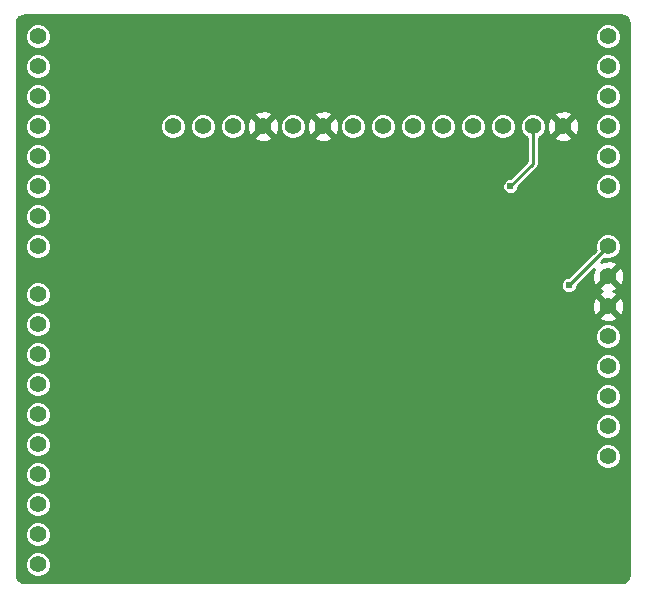
<source format=gbr>
G04 #@! TF.FileFunction,Copper,L2,Bot,Signal*
%FSLAX46Y46*%
G04 Gerber Fmt 4.6, Leading zero omitted, Abs format (unit mm)*
G04 Created by KiCad (PCBNEW 4.0.7) date 11/20/17 17:17:03*
%MOMM*%
%LPD*%
G01*
G04 APERTURE LIST*
%ADD10C,0.100000*%
%ADD11C,1.420000*%
%ADD12C,0.609600*%
%ADD13C,0.254000*%
G04 APERTURE END LIST*
D10*
D11*
X144780000Y-99060000D03*
X144780000Y-101600000D03*
X144780000Y-104140000D03*
X144780000Y-106680000D03*
X144780000Y-109220000D03*
X144780000Y-111760000D03*
X144780000Y-114300000D03*
X144780000Y-116840000D03*
X144780000Y-120904000D03*
X144780000Y-123444000D03*
X144780000Y-125984000D03*
X144780000Y-128524000D03*
X144780000Y-131064000D03*
X144780000Y-133604000D03*
X144780000Y-136144000D03*
X144780000Y-138684000D03*
X144780000Y-141224000D03*
X144780000Y-143764000D03*
X193040000Y-99060000D03*
X193040000Y-101600000D03*
X193040000Y-104140000D03*
X193040000Y-106680000D03*
X193040000Y-109220000D03*
X193040000Y-111760000D03*
X193040000Y-116840000D03*
X193040000Y-119380000D03*
X193040000Y-121920000D03*
X193040000Y-124460000D03*
X193040000Y-127000000D03*
X193040000Y-129540000D03*
X193040000Y-132080000D03*
X193040000Y-134620000D03*
X173990000Y-106680000D03*
X176530000Y-106680000D03*
X179070000Y-106680000D03*
X181610000Y-106680000D03*
X184150000Y-106680000D03*
X186690000Y-106680000D03*
X189230000Y-106680000D03*
X156210000Y-106680000D03*
X158750000Y-106680000D03*
X161290000Y-106680000D03*
X163830000Y-106680000D03*
X166370000Y-106680000D03*
X168910000Y-106680000D03*
X171450000Y-106680000D03*
D12*
X189738000Y-120142000D03*
X181610000Y-126492000D03*
X184785000Y-116840000D03*
X172085000Y-113665000D03*
X184785000Y-111760000D03*
D13*
X189738000Y-120142000D02*
X190042799Y-119837201D01*
X190042799Y-119837201D02*
X193040000Y-116840000D01*
X184785000Y-111760000D02*
X186690000Y-109855000D01*
X186690000Y-109855000D02*
X186690000Y-106680000D01*
G36*
X194425051Y-97332636D02*
X194630253Y-97469747D01*
X194767364Y-97674949D01*
X194818000Y-97929510D01*
X194818000Y-144640490D01*
X194767364Y-144895051D01*
X194630253Y-145100253D01*
X194425051Y-145237364D01*
X194170490Y-145288000D01*
X143649510Y-145288000D01*
X143394949Y-145237364D01*
X143189747Y-145100253D01*
X143052636Y-144895051D01*
X143002000Y-144640490D01*
X143002000Y-143980061D01*
X143688811Y-143980061D01*
X143854556Y-144381195D01*
X144161191Y-144688366D01*
X144562035Y-144854810D01*
X144996061Y-144855189D01*
X145397195Y-144689444D01*
X145704366Y-144382809D01*
X145870810Y-143981965D01*
X145871189Y-143547939D01*
X145705444Y-143146805D01*
X145398809Y-142839634D01*
X144997965Y-142673190D01*
X144563939Y-142672811D01*
X144162805Y-142838556D01*
X143855634Y-143145191D01*
X143689190Y-143546035D01*
X143688811Y-143980061D01*
X143002000Y-143980061D01*
X143002000Y-141440061D01*
X143688811Y-141440061D01*
X143854556Y-141841195D01*
X144161191Y-142148366D01*
X144562035Y-142314810D01*
X144996061Y-142315189D01*
X145397195Y-142149444D01*
X145704366Y-141842809D01*
X145870810Y-141441965D01*
X145871189Y-141007939D01*
X145705444Y-140606805D01*
X145398809Y-140299634D01*
X144997965Y-140133190D01*
X144563939Y-140132811D01*
X144162805Y-140298556D01*
X143855634Y-140605191D01*
X143689190Y-141006035D01*
X143688811Y-141440061D01*
X143002000Y-141440061D01*
X143002000Y-138900061D01*
X143688811Y-138900061D01*
X143854556Y-139301195D01*
X144161191Y-139608366D01*
X144562035Y-139774810D01*
X144996061Y-139775189D01*
X145397195Y-139609444D01*
X145704366Y-139302809D01*
X145870810Y-138901965D01*
X145871189Y-138467939D01*
X145705444Y-138066805D01*
X145398809Y-137759634D01*
X144997965Y-137593190D01*
X144563939Y-137592811D01*
X144162805Y-137758556D01*
X143855634Y-138065191D01*
X143689190Y-138466035D01*
X143688811Y-138900061D01*
X143002000Y-138900061D01*
X143002000Y-136360061D01*
X143688811Y-136360061D01*
X143854556Y-136761195D01*
X144161191Y-137068366D01*
X144562035Y-137234810D01*
X144996061Y-137235189D01*
X145397195Y-137069444D01*
X145704366Y-136762809D01*
X145870810Y-136361965D01*
X145871189Y-135927939D01*
X145705444Y-135526805D01*
X145398809Y-135219634D01*
X144997965Y-135053190D01*
X144563939Y-135052811D01*
X144162805Y-135218556D01*
X143855634Y-135525191D01*
X143689190Y-135926035D01*
X143688811Y-136360061D01*
X143002000Y-136360061D01*
X143002000Y-134836061D01*
X191948811Y-134836061D01*
X192114556Y-135237195D01*
X192421191Y-135544366D01*
X192822035Y-135710810D01*
X193256061Y-135711189D01*
X193657195Y-135545444D01*
X193964366Y-135238809D01*
X194130810Y-134837965D01*
X194131189Y-134403939D01*
X193965444Y-134002805D01*
X193658809Y-133695634D01*
X193257965Y-133529190D01*
X192823939Y-133528811D01*
X192422805Y-133694556D01*
X192115634Y-134001191D01*
X191949190Y-134402035D01*
X191948811Y-134836061D01*
X143002000Y-134836061D01*
X143002000Y-133820061D01*
X143688811Y-133820061D01*
X143854556Y-134221195D01*
X144161191Y-134528366D01*
X144562035Y-134694810D01*
X144996061Y-134695189D01*
X145397195Y-134529444D01*
X145704366Y-134222809D01*
X145870810Y-133821965D01*
X145871189Y-133387939D01*
X145705444Y-132986805D01*
X145398809Y-132679634D01*
X144997965Y-132513190D01*
X144563939Y-132512811D01*
X144162805Y-132678556D01*
X143855634Y-132985191D01*
X143689190Y-133386035D01*
X143688811Y-133820061D01*
X143002000Y-133820061D01*
X143002000Y-132296061D01*
X191948811Y-132296061D01*
X192114556Y-132697195D01*
X192421191Y-133004366D01*
X192822035Y-133170810D01*
X193256061Y-133171189D01*
X193657195Y-133005444D01*
X193964366Y-132698809D01*
X194130810Y-132297965D01*
X194131189Y-131863939D01*
X193965444Y-131462805D01*
X193658809Y-131155634D01*
X193257965Y-130989190D01*
X192823939Y-130988811D01*
X192422805Y-131154556D01*
X192115634Y-131461191D01*
X191949190Y-131862035D01*
X191948811Y-132296061D01*
X143002000Y-132296061D01*
X143002000Y-131280061D01*
X143688811Y-131280061D01*
X143854556Y-131681195D01*
X144161191Y-131988366D01*
X144562035Y-132154810D01*
X144996061Y-132155189D01*
X145397195Y-131989444D01*
X145704366Y-131682809D01*
X145870810Y-131281965D01*
X145871189Y-130847939D01*
X145705444Y-130446805D01*
X145398809Y-130139634D01*
X144997965Y-129973190D01*
X144563939Y-129972811D01*
X144162805Y-130138556D01*
X143855634Y-130445191D01*
X143689190Y-130846035D01*
X143688811Y-131280061D01*
X143002000Y-131280061D01*
X143002000Y-129756061D01*
X191948811Y-129756061D01*
X192114556Y-130157195D01*
X192421191Y-130464366D01*
X192822035Y-130630810D01*
X193256061Y-130631189D01*
X193657195Y-130465444D01*
X193964366Y-130158809D01*
X194130810Y-129757965D01*
X194131189Y-129323939D01*
X193965444Y-128922805D01*
X193658809Y-128615634D01*
X193257965Y-128449190D01*
X192823939Y-128448811D01*
X192422805Y-128614556D01*
X192115634Y-128921191D01*
X191949190Y-129322035D01*
X191948811Y-129756061D01*
X143002000Y-129756061D01*
X143002000Y-128740061D01*
X143688811Y-128740061D01*
X143854556Y-129141195D01*
X144161191Y-129448366D01*
X144562035Y-129614810D01*
X144996061Y-129615189D01*
X145397195Y-129449444D01*
X145704366Y-129142809D01*
X145870810Y-128741965D01*
X145871189Y-128307939D01*
X145705444Y-127906805D01*
X145398809Y-127599634D01*
X144997965Y-127433190D01*
X144563939Y-127432811D01*
X144162805Y-127598556D01*
X143855634Y-127905191D01*
X143689190Y-128306035D01*
X143688811Y-128740061D01*
X143002000Y-128740061D01*
X143002000Y-127216061D01*
X191948811Y-127216061D01*
X192114556Y-127617195D01*
X192421191Y-127924366D01*
X192822035Y-128090810D01*
X193256061Y-128091189D01*
X193657195Y-127925444D01*
X193964366Y-127618809D01*
X194130810Y-127217965D01*
X194131189Y-126783939D01*
X193965444Y-126382805D01*
X193658809Y-126075634D01*
X193257965Y-125909190D01*
X192823939Y-125908811D01*
X192422805Y-126074556D01*
X192115634Y-126381191D01*
X191949190Y-126782035D01*
X191948811Y-127216061D01*
X143002000Y-127216061D01*
X143002000Y-126200061D01*
X143688811Y-126200061D01*
X143854556Y-126601195D01*
X144161191Y-126908366D01*
X144562035Y-127074810D01*
X144996061Y-127075189D01*
X145397195Y-126909444D01*
X145704366Y-126602809D01*
X145870810Y-126201965D01*
X145871189Y-125767939D01*
X145705444Y-125366805D01*
X145398809Y-125059634D01*
X144997965Y-124893190D01*
X144563939Y-124892811D01*
X144162805Y-125058556D01*
X143855634Y-125365191D01*
X143689190Y-125766035D01*
X143688811Y-126200061D01*
X143002000Y-126200061D01*
X143002000Y-124676061D01*
X191948811Y-124676061D01*
X192114556Y-125077195D01*
X192421191Y-125384366D01*
X192822035Y-125550810D01*
X193256061Y-125551189D01*
X193657195Y-125385444D01*
X193964366Y-125078809D01*
X194130810Y-124677965D01*
X194131189Y-124243939D01*
X193965444Y-123842805D01*
X193658809Y-123535634D01*
X193257965Y-123369190D01*
X192823939Y-123368811D01*
X192422805Y-123534556D01*
X192115634Y-123841191D01*
X191949190Y-124242035D01*
X191948811Y-124676061D01*
X143002000Y-124676061D01*
X143002000Y-123660061D01*
X143688811Y-123660061D01*
X143854556Y-124061195D01*
X144161191Y-124368366D01*
X144562035Y-124534810D01*
X144996061Y-124535189D01*
X145397195Y-124369444D01*
X145704366Y-124062809D01*
X145870810Y-123661965D01*
X145871189Y-123227939D01*
X145720204Y-122862525D01*
X192277081Y-122862525D01*
X192340150Y-123099327D01*
X192844732Y-123277377D01*
X193379041Y-123248779D01*
X193739850Y-123099327D01*
X193802919Y-122862525D01*
X193040000Y-122099605D01*
X192277081Y-122862525D01*
X145720204Y-122862525D01*
X145705444Y-122826805D01*
X145398809Y-122519634D01*
X144997965Y-122353190D01*
X144563939Y-122352811D01*
X144162805Y-122518556D01*
X143855634Y-122825191D01*
X143689190Y-123226035D01*
X143688811Y-123660061D01*
X143002000Y-123660061D01*
X143002000Y-121120061D01*
X143688811Y-121120061D01*
X143854556Y-121521195D01*
X144161191Y-121828366D01*
X144562035Y-121994810D01*
X144996061Y-121995189D01*
X145397195Y-121829444D01*
X145502090Y-121724732D01*
X191682623Y-121724732D01*
X191711221Y-122259041D01*
X191860673Y-122619850D01*
X192097475Y-122682919D01*
X192860395Y-121920000D01*
X193219605Y-121920000D01*
X193982525Y-122682919D01*
X194219327Y-122619850D01*
X194397377Y-122115268D01*
X194368779Y-121580959D01*
X194219327Y-121220150D01*
X193982525Y-121157081D01*
X193219605Y-121920000D01*
X192860395Y-121920000D01*
X192097475Y-121157081D01*
X191860673Y-121220150D01*
X191682623Y-121724732D01*
X145502090Y-121724732D01*
X145704366Y-121522809D01*
X145870810Y-121121965D01*
X145871189Y-120687939D01*
X145705444Y-120286805D01*
X145696471Y-120277816D01*
X189052081Y-120277816D01*
X189156268Y-120529967D01*
X189349018Y-120723054D01*
X189600987Y-120827681D01*
X189873816Y-120827919D01*
X190125967Y-120723732D01*
X190319054Y-120530982D01*
X190405613Y-120322525D01*
X192277081Y-120322525D01*
X192340150Y-120559327D01*
X192576561Y-120642748D01*
X192340150Y-120740673D01*
X192277081Y-120977475D01*
X193040000Y-121740395D01*
X193802919Y-120977475D01*
X193739850Y-120740673D01*
X193503439Y-120657252D01*
X193739850Y-120559327D01*
X193802919Y-120322525D01*
X193040000Y-119559605D01*
X192277081Y-120322525D01*
X190405613Y-120322525D01*
X190423681Y-120279013D01*
X190423772Y-120174648D01*
X191829267Y-118769153D01*
X191682623Y-119184732D01*
X191711221Y-119719041D01*
X191860673Y-120079850D01*
X192097475Y-120142919D01*
X192860395Y-119380000D01*
X193219605Y-119380000D01*
X193982525Y-120142919D01*
X194219327Y-120079850D01*
X194397377Y-119575268D01*
X194368779Y-119040959D01*
X194219327Y-118680150D01*
X193982525Y-118617081D01*
X193219605Y-119380000D01*
X192860395Y-119380000D01*
X192846252Y-119365858D01*
X193025858Y-119186252D01*
X193040000Y-119200395D01*
X193802919Y-118437475D01*
X193739850Y-118200673D01*
X193235268Y-118022623D01*
X192700959Y-118051221D01*
X192438474Y-118159946D01*
X192712919Y-117885501D01*
X192822035Y-117930810D01*
X193256061Y-117931189D01*
X193657195Y-117765444D01*
X193964366Y-117458809D01*
X194130810Y-117057965D01*
X194131189Y-116623939D01*
X193965444Y-116222805D01*
X193658809Y-115915634D01*
X193257965Y-115749190D01*
X192823939Y-115748811D01*
X192422805Y-115914556D01*
X192115634Y-116221191D01*
X191949190Y-116622035D01*
X191948811Y-117056061D01*
X191994630Y-117166950D01*
X189705409Y-119456171D01*
X189602184Y-119456081D01*
X189350033Y-119560268D01*
X189156946Y-119753018D01*
X189052319Y-120004987D01*
X189052081Y-120277816D01*
X145696471Y-120277816D01*
X145398809Y-119979634D01*
X144997965Y-119813190D01*
X144563939Y-119812811D01*
X144162805Y-119978556D01*
X143855634Y-120285191D01*
X143689190Y-120686035D01*
X143688811Y-121120061D01*
X143002000Y-121120061D01*
X143002000Y-117056061D01*
X143688811Y-117056061D01*
X143854556Y-117457195D01*
X144161191Y-117764366D01*
X144562035Y-117930810D01*
X144996061Y-117931189D01*
X145397195Y-117765444D01*
X145704366Y-117458809D01*
X145870810Y-117057965D01*
X145871189Y-116623939D01*
X145705444Y-116222805D01*
X145398809Y-115915634D01*
X144997965Y-115749190D01*
X144563939Y-115748811D01*
X144162805Y-115914556D01*
X143855634Y-116221191D01*
X143689190Y-116622035D01*
X143688811Y-117056061D01*
X143002000Y-117056061D01*
X143002000Y-114516061D01*
X143688811Y-114516061D01*
X143854556Y-114917195D01*
X144161191Y-115224366D01*
X144562035Y-115390810D01*
X144996061Y-115391189D01*
X145397195Y-115225444D01*
X145704366Y-114918809D01*
X145870810Y-114517965D01*
X145871189Y-114083939D01*
X145705444Y-113682805D01*
X145398809Y-113375634D01*
X144997965Y-113209190D01*
X144563939Y-113208811D01*
X144162805Y-113374556D01*
X143855634Y-113681191D01*
X143689190Y-114082035D01*
X143688811Y-114516061D01*
X143002000Y-114516061D01*
X143002000Y-111976061D01*
X143688811Y-111976061D01*
X143854556Y-112377195D01*
X144161191Y-112684366D01*
X144562035Y-112850810D01*
X144996061Y-112851189D01*
X145397195Y-112685444D01*
X145704366Y-112378809D01*
X145870810Y-111977965D01*
X145870881Y-111895816D01*
X184099081Y-111895816D01*
X184203268Y-112147967D01*
X184396018Y-112341054D01*
X184647987Y-112445681D01*
X184920816Y-112445919D01*
X185172967Y-112341732D01*
X185366054Y-112148982D01*
X185437857Y-111976061D01*
X191948811Y-111976061D01*
X192114556Y-112377195D01*
X192421191Y-112684366D01*
X192822035Y-112850810D01*
X193256061Y-112851189D01*
X193657195Y-112685444D01*
X193964366Y-112378809D01*
X194130810Y-111977965D01*
X194131189Y-111543939D01*
X193965444Y-111142805D01*
X193658809Y-110835634D01*
X193257965Y-110669190D01*
X192823939Y-110668811D01*
X192422805Y-110834556D01*
X192115634Y-111141191D01*
X191949190Y-111542035D01*
X191948811Y-111976061D01*
X185437857Y-111976061D01*
X185470681Y-111897013D01*
X185470772Y-111792648D01*
X187049210Y-110214210D01*
X187159331Y-110049403D01*
X187198000Y-109855000D01*
X187198000Y-109436061D01*
X191948811Y-109436061D01*
X192114556Y-109837195D01*
X192421191Y-110144366D01*
X192822035Y-110310810D01*
X193256061Y-110311189D01*
X193657195Y-110145444D01*
X193964366Y-109838809D01*
X194130810Y-109437965D01*
X194131189Y-109003939D01*
X193965444Y-108602805D01*
X193658809Y-108295634D01*
X193257965Y-108129190D01*
X192823939Y-108128811D01*
X192422805Y-108294556D01*
X192115634Y-108601191D01*
X191949190Y-109002035D01*
X191948811Y-109436061D01*
X187198000Y-109436061D01*
X187198000Y-107650562D01*
X187265855Y-107622525D01*
X188467081Y-107622525D01*
X188530150Y-107859327D01*
X189034732Y-108037377D01*
X189569041Y-108008779D01*
X189929850Y-107859327D01*
X189992919Y-107622525D01*
X189230000Y-106859605D01*
X188467081Y-107622525D01*
X187265855Y-107622525D01*
X187307195Y-107605444D01*
X187614366Y-107298809D01*
X187780810Y-106897965D01*
X187781170Y-106484732D01*
X187872623Y-106484732D01*
X187901221Y-107019041D01*
X188050673Y-107379850D01*
X188287475Y-107442919D01*
X189050395Y-106680000D01*
X189409605Y-106680000D01*
X190172525Y-107442919D01*
X190409327Y-107379850D01*
X190580039Y-106896061D01*
X191948811Y-106896061D01*
X192114556Y-107297195D01*
X192421191Y-107604366D01*
X192822035Y-107770810D01*
X193256061Y-107771189D01*
X193657195Y-107605444D01*
X193964366Y-107298809D01*
X194130810Y-106897965D01*
X194131189Y-106463939D01*
X193965444Y-106062805D01*
X193658809Y-105755634D01*
X193257965Y-105589190D01*
X192823939Y-105588811D01*
X192422805Y-105754556D01*
X192115634Y-106061191D01*
X191949190Y-106462035D01*
X191948811Y-106896061D01*
X190580039Y-106896061D01*
X190587377Y-106875268D01*
X190558779Y-106340959D01*
X190409327Y-105980150D01*
X190172525Y-105917081D01*
X189409605Y-106680000D01*
X189050395Y-106680000D01*
X188287475Y-105917081D01*
X188050673Y-105980150D01*
X187872623Y-106484732D01*
X187781170Y-106484732D01*
X187781189Y-106463939D01*
X187615444Y-106062805D01*
X187308809Y-105755634D01*
X187265078Y-105737475D01*
X188467081Y-105737475D01*
X189230000Y-106500395D01*
X189992919Y-105737475D01*
X189929850Y-105500673D01*
X189425268Y-105322623D01*
X188890959Y-105351221D01*
X188530150Y-105500673D01*
X188467081Y-105737475D01*
X187265078Y-105737475D01*
X186907965Y-105589190D01*
X186473939Y-105588811D01*
X186072805Y-105754556D01*
X185765634Y-106061191D01*
X185599190Y-106462035D01*
X185598811Y-106896061D01*
X185764556Y-107297195D01*
X186071191Y-107604366D01*
X186182000Y-107650378D01*
X186182000Y-109644580D01*
X184752409Y-111074171D01*
X184649184Y-111074081D01*
X184397033Y-111178268D01*
X184203946Y-111371018D01*
X184099319Y-111622987D01*
X184099081Y-111895816D01*
X145870881Y-111895816D01*
X145871189Y-111543939D01*
X145705444Y-111142805D01*
X145398809Y-110835634D01*
X144997965Y-110669190D01*
X144563939Y-110668811D01*
X144162805Y-110834556D01*
X143855634Y-111141191D01*
X143689190Y-111542035D01*
X143688811Y-111976061D01*
X143002000Y-111976061D01*
X143002000Y-109436061D01*
X143688811Y-109436061D01*
X143854556Y-109837195D01*
X144161191Y-110144366D01*
X144562035Y-110310810D01*
X144996061Y-110311189D01*
X145397195Y-110145444D01*
X145704366Y-109838809D01*
X145870810Y-109437965D01*
X145871189Y-109003939D01*
X145705444Y-108602805D01*
X145398809Y-108295634D01*
X144997965Y-108129190D01*
X144563939Y-108128811D01*
X144162805Y-108294556D01*
X143855634Y-108601191D01*
X143689190Y-109002035D01*
X143688811Y-109436061D01*
X143002000Y-109436061D01*
X143002000Y-106896061D01*
X143688811Y-106896061D01*
X143854556Y-107297195D01*
X144161191Y-107604366D01*
X144562035Y-107770810D01*
X144996061Y-107771189D01*
X145397195Y-107605444D01*
X145704366Y-107298809D01*
X145870810Y-106897965D01*
X145870811Y-106896061D01*
X155118811Y-106896061D01*
X155284556Y-107297195D01*
X155591191Y-107604366D01*
X155992035Y-107770810D01*
X156426061Y-107771189D01*
X156827195Y-107605444D01*
X157134366Y-107298809D01*
X157300810Y-106897965D01*
X157300811Y-106896061D01*
X157658811Y-106896061D01*
X157824556Y-107297195D01*
X158131191Y-107604366D01*
X158532035Y-107770810D01*
X158966061Y-107771189D01*
X159367195Y-107605444D01*
X159674366Y-107298809D01*
X159840810Y-106897965D01*
X159840811Y-106896061D01*
X160198811Y-106896061D01*
X160364556Y-107297195D01*
X160671191Y-107604366D01*
X161072035Y-107770810D01*
X161506061Y-107771189D01*
X161865855Y-107622525D01*
X163067081Y-107622525D01*
X163130150Y-107859327D01*
X163634732Y-108037377D01*
X164169041Y-108008779D01*
X164529850Y-107859327D01*
X164592919Y-107622525D01*
X163830000Y-106859605D01*
X163067081Y-107622525D01*
X161865855Y-107622525D01*
X161907195Y-107605444D01*
X162214366Y-107298809D01*
X162380810Y-106897965D01*
X162381170Y-106484732D01*
X162472623Y-106484732D01*
X162501221Y-107019041D01*
X162650673Y-107379850D01*
X162887475Y-107442919D01*
X163650395Y-106680000D01*
X164009605Y-106680000D01*
X164772525Y-107442919D01*
X165009327Y-107379850D01*
X165180039Y-106896061D01*
X165278811Y-106896061D01*
X165444556Y-107297195D01*
X165751191Y-107604366D01*
X166152035Y-107770810D01*
X166586061Y-107771189D01*
X166945855Y-107622525D01*
X168147081Y-107622525D01*
X168210150Y-107859327D01*
X168714732Y-108037377D01*
X169249041Y-108008779D01*
X169609850Y-107859327D01*
X169672919Y-107622525D01*
X168910000Y-106859605D01*
X168147081Y-107622525D01*
X166945855Y-107622525D01*
X166987195Y-107605444D01*
X167294366Y-107298809D01*
X167460810Y-106897965D01*
X167461170Y-106484732D01*
X167552623Y-106484732D01*
X167581221Y-107019041D01*
X167730673Y-107379850D01*
X167967475Y-107442919D01*
X168730395Y-106680000D01*
X169089605Y-106680000D01*
X169852525Y-107442919D01*
X170089327Y-107379850D01*
X170260039Y-106896061D01*
X170358811Y-106896061D01*
X170524556Y-107297195D01*
X170831191Y-107604366D01*
X171232035Y-107770810D01*
X171666061Y-107771189D01*
X172067195Y-107605444D01*
X172374366Y-107298809D01*
X172540810Y-106897965D01*
X172540811Y-106896061D01*
X172898811Y-106896061D01*
X173064556Y-107297195D01*
X173371191Y-107604366D01*
X173772035Y-107770810D01*
X174206061Y-107771189D01*
X174607195Y-107605444D01*
X174914366Y-107298809D01*
X175080810Y-106897965D01*
X175080811Y-106896061D01*
X175438811Y-106896061D01*
X175604556Y-107297195D01*
X175911191Y-107604366D01*
X176312035Y-107770810D01*
X176746061Y-107771189D01*
X177147195Y-107605444D01*
X177454366Y-107298809D01*
X177620810Y-106897965D01*
X177620811Y-106896061D01*
X177978811Y-106896061D01*
X178144556Y-107297195D01*
X178451191Y-107604366D01*
X178852035Y-107770810D01*
X179286061Y-107771189D01*
X179687195Y-107605444D01*
X179994366Y-107298809D01*
X180160810Y-106897965D01*
X180160811Y-106896061D01*
X180518811Y-106896061D01*
X180684556Y-107297195D01*
X180991191Y-107604366D01*
X181392035Y-107770810D01*
X181826061Y-107771189D01*
X182227195Y-107605444D01*
X182534366Y-107298809D01*
X182700810Y-106897965D01*
X182700811Y-106896061D01*
X183058811Y-106896061D01*
X183224556Y-107297195D01*
X183531191Y-107604366D01*
X183932035Y-107770810D01*
X184366061Y-107771189D01*
X184767195Y-107605444D01*
X185074366Y-107298809D01*
X185240810Y-106897965D01*
X185241189Y-106463939D01*
X185075444Y-106062805D01*
X184768809Y-105755634D01*
X184367965Y-105589190D01*
X183933939Y-105588811D01*
X183532805Y-105754556D01*
X183225634Y-106061191D01*
X183059190Y-106462035D01*
X183058811Y-106896061D01*
X182700811Y-106896061D01*
X182701189Y-106463939D01*
X182535444Y-106062805D01*
X182228809Y-105755634D01*
X181827965Y-105589190D01*
X181393939Y-105588811D01*
X180992805Y-105754556D01*
X180685634Y-106061191D01*
X180519190Y-106462035D01*
X180518811Y-106896061D01*
X180160811Y-106896061D01*
X180161189Y-106463939D01*
X179995444Y-106062805D01*
X179688809Y-105755634D01*
X179287965Y-105589190D01*
X178853939Y-105588811D01*
X178452805Y-105754556D01*
X178145634Y-106061191D01*
X177979190Y-106462035D01*
X177978811Y-106896061D01*
X177620811Y-106896061D01*
X177621189Y-106463939D01*
X177455444Y-106062805D01*
X177148809Y-105755634D01*
X176747965Y-105589190D01*
X176313939Y-105588811D01*
X175912805Y-105754556D01*
X175605634Y-106061191D01*
X175439190Y-106462035D01*
X175438811Y-106896061D01*
X175080811Y-106896061D01*
X175081189Y-106463939D01*
X174915444Y-106062805D01*
X174608809Y-105755634D01*
X174207965Y-105589190D01*
X173773939Y-105588811D01*
X173372805Y-105754556D01*
X173065634Y-106061191D01*
X172899190Y-106462035D01*
X172898811Y-106896061D01*
X172540811Y-106896061D01*
X172541189Y-106463939D01*
X172375444Y-106062805D01*
X172068809Y-105755634D01*
X171667965Y-105589190D01*
X171233939Y-105588811D01*
X170832805Y-105754556D01*
X170525634Y-106061191D01*
X170359190Y-106462035D01*
X170358811Y-106896061D01*
X170260039Y-106896061D01*
X170267377Y-106875268D01*
X170238779Y-106340959D01*
X170089327Y-105980150D01*
X169852525Y-105917081D01*
X169089605Y-106680000D01*
X168730395Y-106680000D01*
X167967475Y-105917081D01*
X167730673Y-105980150D01*
X167552623Y-106484732D01*
X167461170Y-106484732D01*
X167461189Y-106463939D01*
X167295444Y-106062805D01*
X166988809Y-105755634D01*
X166945078Y-105737475D01*
X168147081Y-105737475D01*
X168910000Y-106500395D01*
X169672919Y-105737475D01*
X169609850Y-105500673D01*
X169105268Y-105322623D01*
X168570959Y-105351221D01*
X168210150Y-105500673D01*
X168147081Y-105737475D01*
X166945078Y-105737475D01*
X166587965Y-105589190D01*
X166153939Y-105588811D01*
X165752805Y-105754556D01*
X165445634Y-106061191D01*
X165279190Y-106462035D01*
X165278811Y-106896061D01*
X165180039Y-106896061D01*
X165187377Y-106875268D01*
X165158779Y-106340959D01*
X165009327Y-105980150D01*
X164772525Y-105917081D01*
X164009605Y-106680000D01*
X163650395Y-106680000D01*
X162887475Y-105917081D01*
X162650673Y-105980150D01*
X162472623Y-106484732D01*
X162381170Y-106484732D01*
X162381189Y-106463939D01*
X162215444Y-106062805D01*
X161908809Y-105755634D01*
X161865078Y-105737475D01*
X163067081Y-105737475D01*
X163830000Y-106500395D01*
X164592919Y-105737475D01*
X164529850Y-105500673D01*
X164025268Y-105322623D01*
X163490959Y-105351221D01*
X163130150Y-105500673D01*
X163067081Y-105737475D01*
X161865078Y-105737475D01*
X161507965Y-105589190D01*
X161073939Y-105588811D01*
X160672805Y-105754556D01*
X160365634Y-106061191D01*
X160199190Y-106462035D01*
X160198811Y-106896061D01*
X159840811Y-106896061D01*
X159841189Y-106463939D01*
X159675444Y-106062805D01*
X159368809Y-105755634D01*
X158967965Y-105589190D01*
X158533939Y-105588811D01*
X158132805Y-105754556D01*
X157825634Y-106061191D01*
X157659190Y-106462035D01*
X157658811Y-106896061D01*
X157300811Y-106896061D01*
X157301189Y-106463939D01*
X157135444Y-106062805D01*
X156828809Y-105755634D01*
X156427965Y-105589190D01*
X155993939Y-105588811D01*
X155592805Y-105754556D01*
X155285634Y-106061191D01*
X155119190Y-106462035D01*
X155118811Y-106896061D01*
X145870811Y-106896061D01*
X145871189Y-106463939D01*
X145705444Y-106062805D01*
X145398809Y-105755634D01*
X144997965Y-105589190D01*
X144563939Y-105588811D01*
X144162805Y-105754556D01*
X143855634Y-106061191D01*
X143689190Y-106462035D01*
X143688811Y-106896061D01*
X143002000Y-106896061D01*
X143002000Y-104356061D01*
X143688811Y-104356061D01*
X143854556Y-104757195D01*
X144161191Y-105064366D01*
X144562035Y-105230810D01*
X144996061Y-105231189D01*
X145397195Y-105065444D01*
X145704366Y-104758809D01*
X145870810Y-104357965D01*
X145870811Y-104356061D01*
X191948811Y-104356061D01*
X192114556Y-104757195D01*
X192421191Y-105064366D01*
X192822035Y-105230810D01*
X193256061Y-105231189D01*
X193657195Y-105065444D01*
X193964366Y-104758809D01*
X194130810Y-104357965D01*
X194131189Y-103923939D01*
X193965444Y-103522805D01*
X193658809Y-103215634D01*
X193257965Y-103049190D01*
X192823939Y-103048811D01*
X192422805Y-103214556D01*
X192115634Y-103521191D01*
X191949190Y-103922035D01*
X191948811Y-104356061D01*
X145870811Y-104356061D01*
X145871189Y-103923939D01*
X145705444Y-103522805D01*
X145398809Y-103215634D01*
X144997965Y-103049190D01*
X144563939Y-103048811D01*
X144162805Y-103214556D01*
X143855634Y-103521191D01*
X143689190Y-103922035D01*
X143688811Y-104356061D01*
X143002000Y-104356061D01*
X143002000Y-101816061D01*
X143688811Y-101816061D01*
X143854556Y-102217195D01*
X144161191Y-102524366D01*
X144562035Y-102690810D01*
X144996061Y-102691189D01*
X145397195Y-102525444D01*
X145704366Y-102218809D01*
X145870810Y-101817965D01*
X145870811Y-101816061D01*
X191948811Y-101816061D01*
X192114556Y-102217195D01*
X192421191Y-102524366D01*
X192822035Y-102690810D01*
X193256061Y-102691189D01*
X193657195Y-102525444D01*
X193964366Y-102218809D01*
X194130810Y-101817965D01*
X194131189Y-101383939D01*
X193965444Y-100982805D01*
X193658809Y-100675634D01*
X193257965Y-100509190D01*
X192823939Y-100508811D01*
X192422805Y-100674556D01*
X192115634Y-100981191D01*
X191949190Y-101382035D01*
X191948811Y-101816061D01*
X145870811Y-101816061D01*
X145871189Y-101383939D01*
X145705444Y-100982805D01*
X145398809Y-100675634D01*
X144997965Y-100509190D01*
X144563939Y-100508811D01*
X144162805Y-100674556D01*
X143855634Y-100981191D01*
X143689190Y-101382035D01*
X143688811Y-101816061D01*
X143002000Y-101816061D01*
X143002000Y-99276061D01*
X143688811Y-99276061D01*
X143854556Y-99677195D01*
X144161191Y-99984366D01*
X144562035Y-100150810D01*
X144996061Y-100151189D01*
X145397195Y-99985444D01*
X145704366Y-99678809D01*
X145870810Y-99277965D01*
X145870811Y-99276061D01*
X191948811Y-99276061D01*
X192114556Y-99677195D01*
X192421191Y-99984366D01*
X192822035Y-100150810D01*
X193256061Y-100151189D01*
X193657195Y-99985444D01*
X193964366Y-99678809D01*
X194130810Y-99277965D01*
X194131189Y-98843939D01*
X193965444Y-98442805D01*
X193658809Y-98135634D01*
X193257965Y-97969190D01*
X192823939Y-97968811D01*
X192422805Y-98134556D01*
X192115634Y-98441191D01*
X191949190Y-98842035D01*
X191948811Y-99276061D01*
X145870811Y-99276061D01*
X145871189Y-98843939D01*
X145705444Y-98442805D01*
X145398809Y-98135634D01*
X144997965Y-97969190D01*
X144563939Y-97968811D01*
X144162805Y-98134556D01*
X143855634Y-98441191D01*
X143689190Y-98842035D01*
X143688811Y-99276061D01*
X143002000Y-99276061D01*
X143002000Y-97929510D01*
X143052636Y-97674949D01*
X143189747Y-97469747D01*
X143394949Y-97332636D01*
X143649510Y-97282000D01*
X194170490Y-97282000D01*
X194425051Y-97332636D01*
X194425051Y-97332636D01*
G37*
X194425051Y-97332636D02*
X194630253Y-97469747D01*
X194767364Y-97674949D01*
X194818000Y-97929510D01*
X194818000Y-144640490D01*
X194767364Y-144895051D01*
X194630253Y-145100253D01*
X194425051Y-145237364D01*
X194170490Y-145288000D01*
X143649510Y-145288000D01*
X143394949Y-145237364D01*
X143189747Y-145100253D01*
X143052636Y-144895051D01*
X143002000Y-144640490D01*
X143002000Y-143980061D01*
X143688811Y-143980061D01*
X143854556Y-144381195D01*
X144161191Y-144688366D01*
X144562035Y-144854810D01*
X144996061Y-144855189D01*
X145397195Y-144689444D01*
X145704366Y-144382809D01*
X145870810Y-143981965D01*
X145871189Y-143547939D01*
X145705444Y-143146805D01*
X145398809Y-142839634D01*
X144997965Y-142673190D01*
X144563939Y-142672811D01*
X144162805Y-142838556D01*
X143855634Y-143145191D01*
X143689190Y-143546035D01*
X143688811Y-143980061D01*
X143002000Y-143980061D01*
X143002000Y-141440061D01*
X143688811Y-141440061D01*
X143854556Y-141841195D01*
X144161191Y-142148366D01*
X144562035Y-142314810D01*
X144996061Y-142315189D01*
X145397195Y-142149444D01*
X145704366Y-141842809D01*
X145870810Y-141441965D01*
X145871189Y-141007939D01*
X145705444Y-140606805D01*
X145398809Y-140299634D01*
X144997965Y-140133190D01*
X144563939Y-140132811D01*
X144162805Y-140298556D01*
X143855634Y-140605191D01*
X143689190Y-141006035D01*
X143688811Y-141440061D01*
X143002000Y-141440061D01*
X143002000Y-138900061D01*
X143688811Y-138900061D01*
X143854556Y-139301195D01*
X144161191Y-139608366D01*
X144562035Y-139774810D01*
X144996061Y-139775189D01*
X145397195Y-139609444D01*
X145704366Y-139302809D01*
X145870810Y-138901965D01*
X145871189Y-138467939D01*
X145705444Y-138066805D01*
X145398809Y-137759634D01*
X144997965Y-137593190D01*
X144563939Y-137592811D01*
X144162805Y-137758556D01*
X143855634Y-138065191D01*
X143689190Y-138466035D01*
X143688811Y-138900061D01*
X143002000Y-138900061D01*
X143002000Y-136360061D01*
X143688811Y-136360061D01*
X143854556Y-136761195D01*
X144161191Y-137068366D01*
X144562035Y-137234810D01*
X144996061Y-137235189D01*
X145397195Y-137069444D01*
X145704366Y-136762809D01*
X145870810Y-136361965D01*
X145871189Y-135927939D01*
X145705444Y-135526805D01*
X145398809Y-135219634D01*
X144997965Y-135053190D01*
X144563939Y-135052811D01*
X144162805Y-135218556D01*
X143855634Y-135525191D01*
X143689190Y-135926035D01*
X143688811Y-136360061D01*
X143002000Y-136360061D01*
X143002000Y-134836061D01*
X191948811Y-134836061D01*
X192114556Y-135237195D01*
X192421191Y-135544366D01*
X192822035Y-135710810D01*
X193256061Y-135711189D01*
X193657195Y-135545444D01*
X193964366Y-135238809D01*
X194130810Y-134837965D01*
X194131189Y-134403939D01*
X193965444Y-134002805D01*
X193658809Y-133695634D01*
X193257965Y-133529190D01*
X192823939Y-133528811D01*
X192422805Y-133694556D01*
X192115634Y-134001191D01*
X191949190Y-134402035D01*
X191948811Y-134836061D01*
X143002000Y-134836061D01*
X143002000Y-133820061D01*
X143688811Y-133820061D01*
X143854556Y-134221195D01*
X144161191Y-134528366D01*
X144562035Y-134694810D01*
X144996061Y-134695189D01*
X145397195Y-134529444D01*
X145704366Y-134222809D01*
X145870810Y-133821965D01*
X145871189Y-133387939D01*
X145705444Y-132986805D01*
X145398809Y-132679634D01*
X144997965Y-132513190D01*
X144563939Y-132512811D01*
X144162805Y-132678556D01*
X143855634Y-132985191D01*
X143689190Y-133386035D01*
X143688811Y-133820061D01*
X143002000Y-133820061D01*
X143002000Y-132296061D01*
X191948811Y-132296061D01*
X192114556Y-132697195D01*
X192421191Y-133004366D01*
X192822035Y-133170810D01*
X193256061Y-133171189D01*
X193657195Y-133005444D01*
X193964366Y-132698809D01*
X194130810Y-132297965D01*
X194131189Y-131863939D01*
X193965444Y-131462805D01*
X193658809Y-131155634D01*
X193257965Y-130989190D01*
X192823939Y-130988811D01*
X192422805Y-131154556D01*
X192115634Y-131461191D01*
X191949190Y-131862035D01*
X191948811Y-132296061D01*
X143002000Y-132296061D01*
X143002000Y-131280061D01*
X143688811Y-131280061D01*
X143854556Y-131681195D01*
X144161191Y-131988366D01*
X144562035Y-132154810D01*
X144996061Y-132155189D01*
X145397195Y-131989444D01*
X145704366Y-131682809D01*
X145870810Y-131281965D01*
X145871189Y-130847939D01*
X145705444Y-130446805D01*
X145398809Y-130139634D01*
X144997965Y-129973190D01*
X144563939Y-129972811D01*
X144162805Y-130138556D01*
X143855634Y-130445191D01*
X143689190Y-130846035D01*
X143688811Y-131280061D01*
X143002000Y-131280061D01*
X143002000Y-129756061D01*
X191948811Y-129756061D01*
X192114556Y-130157195D01*
X192421191Y-130464366D01*
X192822035Y-130630810D01*
X193256061Y-130631189D01*
X193657195Y-130465444D01*
X193964366Y-130158809D01*
X194130810Y-129757965D01*
X194131189Y-129323939D01*
X193965444Y-128922805D01*
X193658809Y-128615634D01*
X193257965Y-128449190D01*
X192823939Y-128448811D01*
X192422805Y-128614556D01*
X192115634Y-128921191D01*
X191949190Y-129322035D01*
X191948811Y-129756061D01*
X143002000Y-129756061D01*
X143002000Y-128740061D01*
X143688811Y-128740061D01*
X143854556Y-129141195D01*
X144161191Y-129448366D01*
X144562035Y-129614810D01*
X144996061Y-129615189D01*
X145397195Y-129449444D01*
X145704366Y-129142809D01*
X145870810Y-128741965D01*
X145871189Y-128307939D01*
X145705444Y-127906805D01*
X145398809Y-127599634D01*
X144997965Y-127433190D01*
X144563939Y-127432811D01*
X144162805Y-127598556D01*
X143855634Y-127905191D01*
X143689190Y-128306035D01*
X143688811Y-128740061D01*
X143002000Y-128740061D01*
X143002000Y-127216061D01*
X191948811Y-127216061D01*
X192114556Y-127617195D01*
X192421191Y-127924366D01*
X192822035Y-128090810D01*
X193256061Y-128091189D01*
X193657195Y-127925444D01*
X193964366Y-127618809D01*
X194130810Y-127217965D01*
X194131189Y-126783939D01*
X193965444Y-126382805D01*
X193658809Y-126075634D01*
X193257965Y-125909190D01*
X192823939Y-125908811D01*
X192422805Y-126074556D01*
X192115634Y-126381191D01*
X191949190Y-126782035D01*
X191948811Y-127216061D01*
X143002000Y-127216061D01*
X143002000Y-126200061D01*
X143688811Y-126200061D01*
X143854556Y-126601195D01*
X144161191Y-126908366D01*
X144562035Y-127074810D01*
X144996061Y-127075189D01*
X145397195Y-126909444D01*
X145704366Y-126602809D01*
X145870810Y-126201965D01*
X145871189Y-125767939D01*
X145705444Y-125366805D01*
X145398809Y-125059634D01*
X144997965Y-124893190D01*
X144563939Y-124892811D01*
X144162805Y-125058556D01*
X143855634Y-125365191D01*
X143689190Y-125766035D01*
X143688811Y-126200061D01*
X143002000Y-126200061D01*
X143002000Y-124676061D01*
X191948811Y-124676061D01*
X192114556Y-125077195D01*
X192421191Y-125384366D01*
X192822035Y-125550810D01*
X193256061Y-125551189D01*
X193657195Y-125385444D01*
X193964366Y-125078809D01*
X194130810Y-124677965D01*
X194131189Y-124243939D01*
X193965444Y-123842805D01*
X193658809Y-123535634D01*
X193257965Y-123369190D01*
X192823939Y-123368811D01*
X192422805Y-123534556D01*
X192115634Y-123841191D01*
X191949190Y-124242035D01*
X191948811Y-124676061D01*
X143002000Y-124676061D01*
X143002000Y-123660061D01*
X143688811Y-123660061D01*
X143854556Y-124061195D01*
X144161191Y-124368366D01*
X144562035Y-124534810D01*
X144996061Y-124535189D01*
X145397195Y-124369444D01*
X145704366Y-124062809D01*
X145870810Y-123661965D01*
X145871189Y-123227939D01*
X145720204Y-122862525D01*
X192277081Y-122862525D01*
X192340150Y-123099327D01*
X192844732Y-123277377D01*
X193379041Y-123248779D01*
X193739850Y-123099327D01*
X193802919Y-122862525D01*
X193040000Y-122099605D01*
X192277081Y-122862525D01*
X145720204Y-122862525D01*
X145705444Y-122826805D01*
X145398809Y-122519634D01*
X144997965Y-122353190D01*
X144563939Y-122352811D01*
X144162805Y-122518556D01*
X143855634Y-122825191D01*
X143689190Y-123226035D01*
X143688811Y-123660061D01*
X143002000Y-123660061D01*
X143002000Y-121120061D01*
X143688811Y-121120061D01*
X143854556Y-121521195D01*
X144161191Y-121828366D01*
X144562035Y-121994810D01*
X144996061Y-121995189D01*
X145397195Y-121829444D01*
X145502090Y-121724732D01*
X191682623Y-121724732D01*
X191711221Y-122259041D01*
X191860673Y-122619850D01*
X192097475Y-122682919D01*
X192860395Y-121920000D01*
X193219605Y-121920000D01*
X193982525Y-122682919D01*
X194219327Y-122619850D01*
X194397377Y-122115268D01*
X194368779Y-121580959D01*
X194219327Y-121220150D01*
X193982525Y-121157081D01*
X193219605Y-121920000D01*
X192860395Y-121920000D01*
X192097475Y-121157081D01*
X191860673Y-121220150D01*
X191682623Y-121724732D01*
X145502090Y-121724732D01*
X145704366Y-121522809D01*
X145870810Y-121121965D01*
X145871189Y-120687939D01*
X145705444Y-120286805D01*
X145696471Y-120277816D01*
X189052081Y-120277816D01*
X189156268Y-120529967D01*
X189349018Y-120723054D01*
X189600987Y-120827681D01*
X189873816Y-120827919D01*
X190125967Y-120723732D01*
X190319054Y-120530982D01*
X190405613Y-120322525D01*
X192277081Y-120322525D01*
X192340150Y-120559327D01*
X192576561Y-120642748D01*
X192340150Y-120740673D01*
X192277081Y-120977475D01*
X193040000Y-121740395D01*
X193802919Y-120977475D01*
X193739850Y-120740673D01*
X193503439Y-120657252D01*
X193739850Y-120559327D01*
X193802919Y-120322525D01*
X193040000Y-119559605D01*
X192277081Y-120322525D01*
X190405613Y-120322525D01*
X190423681Y-120279013D01*
X190423772Y-120174648D01*
X191829267Y-118769153D01*
X191682623Y-119184732D01*
X191711221Y-119719041D01*
X191860673Y-120079850D01*
X192097475Y-120142919D01*
X192860395Y-119380000D01*
X193219605Y-119380000D01*
X193982525Y-120142919D01*
X194219327Y-120079850D01*
X194397377Y-119575268D01*
X194368779Y-119040959D01*
X194219327Y-118680150D01*
X193982525Y-118617081D01*
X193219605Y-119380000D01*
X192860395Y-119380000D01*
X192846252Y-119365858D01*
X193025858Y-119186252D01*
X193040000Y-119200395D01*
X193802919Y-118437475D01*
X193739850Y-118200673D01*
X193235268Y-118022623D01*
X192700959Y-118051221D01*
X192438474Y-118159946D01*
X192712919Y-117885501D01*
X192822035Y-117930810D01*
X193256061Y-117931189D01*
X193657195Y-117765444D01*
X193964366Y-117458809D01*
X194130810Y-117057965D01*
X194131189Y-116623939D01*
X193965444Y-116222805D01*
X193658809Y-115915634D01*
X193257965Y-115749190D01*
X192823939Y-115748811D01*
X192422805Y-115914556D01*
X192115634Y-116221191D01*
X191949190Y-116622035D01*
X191948811Y-117056061D01*
X191994630Y-117166950D01*
X189705409Y-119456171D01*
X189602184Y-119456081D01*
X189350033Y-119560268D01*
X189156946Y-119753018D01*
X189052319Y-120004987D01*
X189052081Y-120277816D01*
X145696471Y-120277816D01*
X145398809Y-119979634D01*
X144997965Y-119813190D01*
X144563939Y-119812811D01*
X144162805Y-119978556D01*
X143855634Y-120285191D01*
X143689190Y-120686035D01*
X143688811Y-121120061D01*
X143002000Y-121120061D01*
X143002000Y-117056061D01*
X143688811Y-117056061D01*
X143854556Y-117457195D01*
X144161191Y-117764366D01*
X144562035Y-117930810D01*
X144996061Y-117931189D01*
X145397195Y-117765444D01*
X145704366Y-117458809D01*
X145870810Y-117057965D01*
X145871189Y-116623939D01*
X145705444Y-116222805D01*
X145398809Y-115915634D01*
X144997965Y-115749190D01*
X144563939Y-115748811D01*
X144162805Y-115914556D01*
X143855634Y-116221191D01*
X143689190Y-116622035D01*
X143688811Y-117056061D01*
X143002000Y-117056061D01*
X143002000Y-114516061D01*
X143688811Y-114516061D01*
X143854556Y-114917195D01*
X144161191Y-115224366D01*
X144562035Y-115390810D01*
X144996061Y-115391189D01*
X145397195Y-115225444D01*
X145704366Y-114918809D01*
X145870810Y-114517965D01*
X145871189Y-114083939D01*
X145705444Y-113682805D01*
X145398809Y-113375634D01*
X144997965Y-113209190D01*
X144563939Y-113208811D01*
X144162805Y-113374556D01*
X143855634Y-113681191D01*
X143689190Y-114082035D01*
X143688811Y-114516061D01*
X143002000Y-114516061D01*
X143002000Y-111976061D01*
X143688811Y-111976061D01*
X143854556Y-112377195D01*
X144161191Y-112684366D01*
X144562035Y-112850810D01*
X144996061Y-112851189D01*
X145397195Y-112685444D01*
X145704366Y-112378809D01*
X145870810Y-111977965D01*
X145870881Y-111895816D01*
X184099081Y-111895816D01*
X184203268Y-112147967D01*
X184396018Y-112341054D01*
X184647987Y-112445681D01*
X184920816Y-112445919D01*
X185172967Y-112341732D01*
X185366054Y-112148982D01*
X185437857Y-111976061D01*
X191948811Y-111976061D01*
X192114556Y-112377195D01*
X192421191Y-112684366D01*
X192822035Y-112850810D01*
X193256061Y-112851189D01*
X193657195Y-112685444D01*
X193964366Y-112378809D01*
X194130810Y-111977965D01*
X194131189Y-111543939D01*
X193965444Y-111142805D01*
X193658809Y-110835634D01*
X193257965Y-110669190D01*
X192823939Y-110668811D01*
X192422805Y-110834556D01*
X192115634Y-111141191D01*
X191949190Y-111542035D01*
X191948811Y-111976061D01*
X185437857Y-111976061D01*
X185470681Y-111897013D01*
X185470772Y-111792648D01*
X187049210Y-110214210D01*
X187159331Y-110049403D01*
X187198000Y-109855000D01*
X187198000Y-109436061D01*
X191948811Y-109436061D01*
X192114556Y-109837195D01*
X192421191Y-110144366D01*
X192822035Y-110310810D01*
X193256061Y-110311189D01*
X193657195Y-110145444D01*
X193964366Y-109838809D01*
X194130810Y-109437965D01*
X194131189Y-109003939D01*
X193965444Y-108602805D01*
X193658809Y-108295634D01*
X193257965Y-108129190D01*
X192823939Y-108128811D01*
X192422805Y-108294556D01*
X192115634Y-108601191D01*
X191949190Y-109002035D01*
X191948811Y-109436061D01*
X187198000Y-109436061D01*
X187198000Y-107650562D01*
X187265855Y-107622525D01*
X188467081Y-107622525D01*
X188530150Y-107859327D01*
X189034732Y-108037377D01*
X189569041Y-108008779D01*
X189929850Y-107859327D01*
X189992919Y-107622525D01*
X189230000Y-106859605D01*
X188467081Y-107622525D01*
X187265855Y-107622525D01*
X187307195Y-107605444D01*
X187614366Y-107298809D01*
X187780810Y-106897965D01*
X187781170Y-106484732D01*
X187872623Y-106484732D01*
X187901221Y-107019041D01*
X188050673Y-107379850D01*
X188287475Y-107442919D01*
X189050395Y-106680000D01*
X189409605Y-106680000D01*
X190172525Y-107442919D01*
X190409327Y-107379850D01*
X190580039Y-106896061D01*
X191948811Y-106896061D01*
X192114556Y-107297195D01*
X192421191Y-107604366D01*
X192822035Y-107770810D01*
X193256061Y-107771189D01*
X193657195Y-107605444D01*
X193964366Y-107298809D01*
X194130810Y-106897965D01*
X194131189Y-106463939D01*
X193965444Y-106062805D01*
X193658809Y-105755634D01*
X193257965Y-105589190D01*
X192823939Y-105588811D01*
X192422805Y-105754556D01*
X192115634Y-106061191D01*
X191949190Y-106462035D01*
X191948811Y-106896061D01*
X190580039Y-106896061D01*
X190587377Y-106875268D01*
X190558779Y-106340959D01*
X190409327Y-105980150D01*
X190172525Y-105917081D01*
X189409605Y-106680000D01*
X189050395Y-106680000D01*
X188287475Y-105917081D01*
X188050673Y-105980150D01*
X187872623Y-106484732D01*
X187781170Y-106484732D01*
X187781189Y-106463939D01*
X187615444Y-106062805D01*
X187308809Y-105755634D01*
X187265078Y-105737475D01*
X188467081Y-105737475D01*
X189230000Y-106500395D01*
X189992919Y-105737475D01*
X189929850Y-105500673D01*
X189425268Y-105322623D01*
X188890959Y-105351221D01*
X188530150Y-105500673D01*
X188467081Y-105737475D01*
X187265078Y-105737475D01*
X186907965Y-105589190D01*
X186473939Y-105588811D01*
X186072805Y-105754556D01*
X185765634Y-106061191D01*
X185599190Y-106462035D01*
X185598811Y-106896061D01*
X185764556Y-107297195D01*
X186071191Y-107604366D01*
X186182000Y-107650378D01*
X186182000Y-109644580D01*
X184752409Y-111074171D01*
X184649184Y-111074081D01*
X184397033Y-111178268D01*
X184203946Y-111371018D01*
X184099319Y-111622987D01*
X184099081Y-111895816D01*
X145870881Y-111895816D01*
X145871189Y-111543939D01*
X145705444Y-111142805D01*
X145398809Y-110835634D01*
X144997965Y-110669190D01*
X144563939Y-110668811D01*
X144162805Y-110834556D01*
X143855634Y-111141191D01*
X143689190Y-111542035D01*
X143688811Y-111976061D01*
X143002000Y-111976061D01*
X143002000Y-109436061D01*
X143688811Y-109436061D01*
X143854556Y-109837195D01*
X144161191Y-110144366D01*
X144562035Y-110310810D01*
X144996061Y-110311189D01*
X145397195Y-110145444D01*
X145704366Y-109838809D01*
X145870810Y-109437965D01*
X145871189Y-109003939D01*
X145705444Y-108602805D01*
X145398809Y-108295634D01*
X144997965Y-108129190D01*
X144563939Y-108128811D01*
X144162805Y-108294556D01*
X143855634Y-108601191D01*
X143689190Y-109002035D01*
X143688811Y-109436061D01*
X143002000Y-109436061D01*
X143002000Y-106896061D01*
X143688811Y-106896061D01*
X143854556Y-107297195D01*
X144161191Y-107604366D01*
X144562035Y-107770810D01*
X144996061Y-107771189D01*
X145397195Y-107605444D01*
X145704366Y-107298809D01*
X145870810Y-106897965D01*
X145870811Y-106896061D01*
X155118811Y-106896061D01*
X155284556Y-107297195D01*
X155591191Y-107604366D01*
X155992035Y-107770810D01*
X156426061Y-107771189D01*
X156827195Y-107605444D01*
X157134366Y-107298809D01*
X157300810Y-106897965D01*
X157300811Y-106896061D01*
X157658811Y-106896061D01*
X157824556Y-107297195D01*
X158131191Y-107604366D01*
X158532035Y-107770810D01*
X158966061Y-107771189D01*
X159367195Y-107605444D01*
X159674366Y-107298809D01*
X159840810Y-106897965D01*
X159840811Y-106896061D01*
X160198811Y-106896061D01*
X160364556Y-107297195D01*
X160671191Y-107604366D01*
X161072035Y-107770810D01*
X161506061Y-107771189D01*
X161865855Y-107622525D01*
X163067081Y-107622525D01*
X163130150Y-107859327D01*
X163634732Y-108037377D01*
X164169041Y-108008779D01*
X164529850Y-107859327D01*
X164592919Y-107622525D01*
X163830000Y-106859605D01*
X163067081Y-107622525D01*
X161865855Y-107622525D01*
X161907195Y-107605444D01*
X162214366Y-107298809D01*
X162380810Y-106897965D01*
X162381170Y-106484732D01*
X162472623Y-106484732D01*
X162501221Y-107019041D01*
X162650673Y-107379850D01*
X162887475Y-107442919D01*
X163650395Y-106680000D01*
X164009605Y-106680000D01*
X164772525Y-107442919D01*
X165009327Y-107379850D01*
X165180039Y-106896061D01*
X165278811Y-106896061D01*
X165444556Y-107297195D01*
X165751191Y-107604366D01*
X166152035Y-107770810D01*
X166586061Y-107771189D01*
X166945855Y-107622525D01*
X168147081Y-107622525D01*
X168210150Y-107859327D01*
X168714732Y-108037377D01*
X169249041Y-108008779D01*
X169609850Y-107859327D01*
X169672919Y-107622525D01*
X168910000Y-106859605D01*
X168147081Y-107622525D01*
X166945855Y-107622525D01*
X166987195Y-107605444D01*
X167294366Y-107298809D01*
X167460810Y-106897965D01*
X167461170Y-106484732D01*
X167552623Y-106484732D01*
X167581221Y-107019041D01*
X167730673Y-107379850D01*
X167967475Y-107442919D01*
X168730395Y-106680000D01*
X169089605Y-106680000D01*
X169852525Y-107442919D01*
X170089327Y-107379850D01*
X170260039Y-106896061D01*
X170358811Y-106896061D01*
X170524556Y-107297195D01*
X170831191Y-107604366D01*
X171232035Y-107770810D01*
X171666061Y-107771189D01*
X172067195Y-107605444D01*
X172374366Y-107298809D01*
X172540810Y-106897965D01*
X172540811Y-106896061D01*
X172898811Y-106896061D01*
X173064556Y-107297195D01*
X173371191Y-107604366D01*
X173772035Y-107770810D01*
X174206061Y-107771189D01*
X174607195Y-107605444D01*
X174914366Y-107298809D01*
X175080810Y-106897965D01*
X175080811Y-106896061D01*
X175438811Y-106896061D01*
X175604556Y-107297195D01*
X175911191Y-107604366D01*
X176312035Y-107770810D01*
X176746061Y-107771189D01*
X177147195Y-107605444D01*
X177454366Y-107298809D01*
X177620810Y-106897965D01*
X177620811Y-106896061D01*
X177978811Y-106896061D01*
X178144556Y-107297195D01*
X178451191Y-107604366D01*
X178852035Y-107770810D01*
X179286061Y-107771189D01*
X179687195Y-107605444D01*
X179994366Y-107298809D01*
X180160810Y-106897965D01*
X180160811Y-106896061D01*
X180518811Y-106896061D01*
X180684556Y-107297195D01*
X180991191Y-107604366D01*
X181392035Y-107770810D01*
X181826061Y-107771189D01*
X182227195Y-107605444D01*
X182534366Y-107298809D01*
X182700810Y-106897965D01*
X182700811Y-106896061D01*
X183058811Y-106896061D01*
X183224556Y-107297195D01*
X183531191Y-107604366D01*
X183932035Y-107770810D01*
X184366061Y-107771189D01*
X184767195Y-107605444D01*
X185074366Y-107298809D01*
X185240810Y-106897965D01*
X185241189Y-106463939D01*
X185075444Y-106062805D01*
X184768809Y-105755634D01*
X184367965Y-105589190D01*
X183933939Y-105588811D01*
X183532805Y-105754556D01*
X183225634Y-106061191D01*
X183059190Y-106462035D01*
X183058811Y-106896061D01*
X182700811Y-106896061D01*
X182701189Y-106463939D01*
X182535444Y-106062805D01*
X182228809Y-105755634D01*
X181827965Y-105589190D01*
X181393939Y-105588811D01*
X180992805Y-105754556D01*
X180685634Y-106061191D01*
X180519190Y-106462035D01*
X180518811Y-106896061D01*
X180160811Y-106896061D01*
X180161189Y-106463939D01*
X179995444Y-106062805D01*
X179688809Y-105755634D01*
X179287965Y-105589190D01*
X178853939Y-105588811D01*
X178452805Y-105754556D01*
X178145634Y-106061191D01*
X177979190Y-106462035D01*
X177978811Y-106896061D01*
X177620811Y-106896061D01*
X177621189Y-106463939D01*
X177455444Y-106062805D01*
X177148809Y-105755634D01*
X176747965Y-105589190D01*
X176313939Y-105588811D01*
X175912805Y-105754556D01*
X175605634Y-106061191D01*
X175439190Y-106462035D01*
X175438811Y-106896061D01*
X175080811Y-106896061D01*
X175081189Y-106463939D01*
X174915444Y-106062805D01*
X174608809Y-105755634D01*
X174207965Y-105589190D01*
X173773939Y-105588811D01*
X173372805Y-105754556D01*
X173065634Y-106061191D01*
X172899190Y-106462035D01*
X172898811Y-106896061D01*
X172540811Y-106896061D01*
X172541189Y-106463939D01*
X172375444Y-106062805D01*
X172068809Y-105755634D01*
X171667965Y-105589190D01*
X171233939Y-105588811D01*
X170832805Y-105754556D01*
X170525634Y-106061191D01*
X170359190Y-106462035D01*
X170358811Y-106896061D01*
X170260039Y-106896061D01*
X170267377Y-106875268D01*
X170238779Y-106340959D01*
X170089327Y-105980150D01*
X169852525Y-105917081D01*
X169089605Y-106680000D01*
X168730395Y-106680000D01*
X167967475Y-105917081D01*
X167730673Y-105980150D01*
X167552623Y-106484732D01*
X167461170Y-106484732D01*
X167461189Y-106463939D01*
X167295444Y-106062805D01*
X166988809Y-105755634D01*
X166945078Y-105737475D01*
X168147081Y-105737475D01*
X168910000Y-106500395D01*
X169672919Y-105737475D01*
X169609850Y-105500673D01*
X169105268Y-105322623D01*
X168570959Y-105351221D01*
X168210150Y-105500673D01*
X168147081Y-105737475D01*
X166945078Y-105737475D01*
X166587965Y-105589190D01*
X166153939Y-105588811D01*
X165752805Y-105754556D01*
X165445634Y-106061191D01*
X165279190Y-106462035D01*
X165278811Y-106896061D01*
X165180039Y-106896061D01*
X165187377Y-106875268D01*
X165158779Y-106340959D01*
X165009327Y-105980150D01*
X164772525Y-105917081D01*
X164009605Y-106680000D01*
X163650395Y-106680000D01*
X162887475Y-105917081D01*
X162650673Y-105980150D01*
X162472623Y-106484732D01*
X162381170Y-106484732D01*
X162381189Y-106463939D01*
X162215444Y-106062805D01*
X161908809Y-105755634D01*
X161865078Y-105737475D01*
X163067081Y-105737475D01*
X163830000Y-106500395D01*
X164592919Y-105737475D01*
X164529850Y-105500673D01*
X164025268Y-105322623D01*
X163490959Y-105351221D01*
X163130150Y-105500673D01*
X163067081Y-105737475D01*
X161865078Y-105737475D01*
X161507965Y-105589190D01*
X161073939Y-105588811D01*
X160672805Y-105754556D01*
X160365634Y-106061191D01*
X160199190Y-106462035D01*
X160198811Y-106896061D01*
X159840811Y-106896061D01*
X159841189Y-106463939D01*
X159675444Y-106062805D01*
X159368809Y-105755634D01*
X158967965Y-105589190D01*
X158533939Y-105588811D01*
X158132805Y-105754556D01*
X157825634Y-106061191D01*
X157659190Y-106462035D01*
X157658811Y-106896061D01*
X157300811Y-106896061D01*
X157301189Y-106463939D01*
X157135444Y-106062805D01*
X156828809Y-105755634D01*
X156427965Y-105589190D01*
X155993939Y-105588811D01*
X155592805Y-105754556D01*
X155285634Y-106061191D01*
X155119190Y-106462035D01*
X155118811Y-106896061D01*
X145870811Y-106896061D01*
X145871189Y-106463939D01*
X145705444Y-106062805D01*
X145398809Y-105755634D01*
X144997965Y-105589190D01*
X144563939Y-105588811D01*
X144162805Y-105754556D01*
X143855634Y-106061191D01*
X143689190Y-106462035D01*
X143688811Y-106896061D01*
X143002000Y-106896061D01*
X143002000Y-104356061D01*
X143688811Y-104356061D01*
X143854556Y-104757195D01*
X144161191Y-105064366D01*
X144562035Y-105230810D01*
X144996061Y-105231189D01*
X145397195Y-105065444D01*
X145704366Y-104758809D01*
X145870810Y-104357965D01*
X145870811Y-104356061D01*
X191948811Y-104356061D01*
X192114556Y-104757195D01*
X192421191Y-105064366D01*
X192822035Y-105230810D01*
X193256061Y-105231189D01*
X193657195Y-105065444D01*
X193964366Y-104758809D01*
X194130810Y-104357965D01*
X194131189Y-103923939D01*
X193965444Y-103522805D01*
X193658809Y-103215634D01*
X193257965Y-103049190D01*
X192823939Y-103048811D01*
X192422805Y-103214556D01*
X192115634Y-103521191D01*
X191949190Y-103922035D01*
X191948811Y-104356061D01*
X145870811Y-104356061D01*
X145871189Y-103923939D01*
X145705444Y-103522805D01*
X145398809Y-103215634D01*
X144997965Y-103049190D01*
X144563939Y-103048811D01*
X144162805Y-103214556D01*
X143855634Y-103521191D01*
X143689190Y-103922035D01*
X143688811Y-104356061D01*
X143002000Y-104356061D01*
X143002000Y-101816061D01*
X143688811Y-101816061D01*
X143854556Y-102217195D01*
X144161191Y-102524366D01*
X144562035Y-102690810D01*
X144996061Y-102691189D01*
X145397195Y-102525444D01*
X145704366Y-102218809D01*
X145870810Y-101817965D01*
X145870811Y-101816061D01*
X191948811Y-101816061D01*
X192114556Y-102217195D01*
X192421191Y-102524366D01*
X192822035Y-102690810D01*
X193256061Y-102691189D01*
X193657195Y-102525444D01*
X193964366Y-102218809D01*
X194130810Y-101817965D01*
X194131189Y-101383939D01*
X193965444Y-100982805D01*
X193658809Y-100675634D01*
X193257965Y-100509190D01*
X192823939Y-100508811D01*
X192422805Y-100674556D01*
X192115634Y-100981191D01*
X191949190Y-101382035D01*
X191948811Y-101816061D01*
X145870811Y-101816061D01*
X145871189Y-101383939D01*
X145705444Y-100982805D01*
X145398809Y-100675634D01*
X144997965Y-100509190D01*
X144563939Y-100508811D01*
X144162805Y-100674556D01*
X143855634Y-100981191D01*
X143689190Y-101382035D01*
X143688811Y-101816061D01*
X143002000Y-101816061D01*
X143002000Y-99276061D01*
X143688811Y-99276061D01*
X143854556Y-99677195D01*
X144161191Y-99984366D01*
X144562035Y-100150810D01*
X144996061Y-100151189D01*
X145397195Y-99985444D01*
X145704366Y-99678809D01*
X145870810Y-99277965D01*
X145870811Y-99276061D01*
X191948811Y-99276061D01*
X192114556Y-99677195D01*
X192421191Y-99984366D01*
X192822035Y-100150810D01*
X193256061Y-100151189D01*
X193657195Y-99985444D01*
X193964366Y-99678809D01*
X194130810Y-99277965D01*
X194131189Y-98843939D01*
X193965444Y-98442805D01*
X193658809Y-98135634D01*
X193257965Y-97969190D01*
X192823939Y-97968811D01*
X192422805Y-98134556D01*
X192115634Y-98441191D01*
X191949190Y-98842035D01*
X191948811Y-99276061D01*
X145870811Y-99276061D01*
X145871189Y-98843939D01*
X145705444Y-98442805D01*
X145398809Y-98135634D01*
X144997965Y-97969190D01*
X144563939Y-97968811D01*
X144162805Y-98134556D01*
X143855634Y-98441191D01*
X143689190Y-98842035D01*
X143688811Y-99276061D01*
X143002000Y-99276061D01*
X143002000Y-97929510D01*
X143052636Y-97674949D01*
X143189747Y-97469747D01*
X143394949Y-97332636D01*
X143649510Y-97282000D01*
X194170490Y-97282000D01*
X194425051Y-97332636D01*
M02*

</source>
